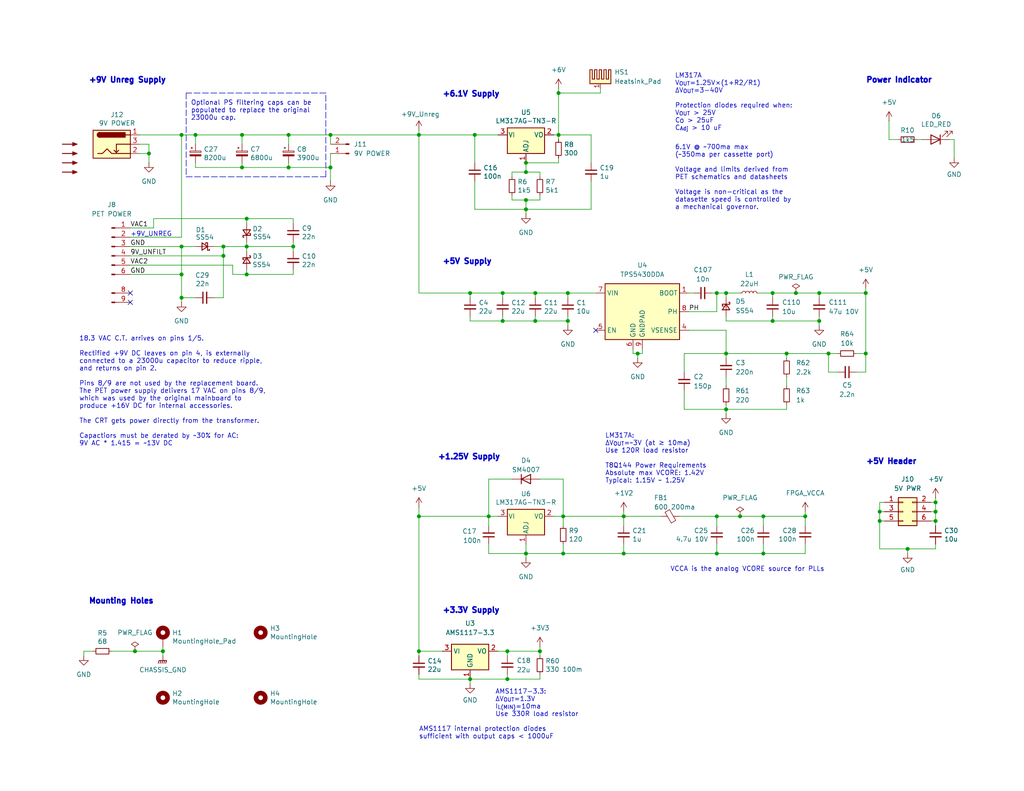
<source format=kicad_sch>
(kicad_sch (version 20231120) (generator "eeschema") (generator_version "8.0")
  (paper "A")
  (title_block (title "EconoPET 40/8096") (date "2023-10-01") (rev "A") (comment 1 "Unspecified resistors are 62.5mW") (comment 2 "Unspecified capacitors are 25V"))
  (junction (at 195.58 80.01))
  (junction (at 240.03 139.7))
  (junction (at 90.17 36.83))
  (junction (at 114.3 177.8))
  (junction (at 195.58 151.13))
  (junction (at 67.31 67.31))
  (junction (at 128.27 185.42))
  (junction (at 90.17 45.72))
  (junction (at 255.27 137.16))
  (junction (at 153.67 151.13))
  (junction (at 143.51 46.99))
  (junction (at 240.03 142.24))
  (junction (at 236.22 96.52))
  (junction (at 137.16 80.01))
  (junction (at 217.17 80.01))
  (junction (at 146.05 80.01))
  (junction (at 223.52 80.01))
  (junction (at 255.27 139.7))
  (junction (at 40.64 41.91))
  (junction (at 36.83 177.8))
  (junction (at 80.01 67.31))
  (junction (at 208.28 151.13))
  (junction (at 114.3 36.83))
  (junction (at 143.51 57.15))
  (junction (at 49.53 74.93))
  (junction (at 49.53 81.28))
  (junction (at 138.43 185.42))
  (junction (at 152.4 25.4))
  (junction (at 146.05 87.63))
  (junction (at 226.06 96.52))
  (junction (at 143.51 44.45))
  (junction (at 247.65 149.86))
  (junction (at 173.99 96.52))
  (junction (at 66.04 45.72))
  (junction (at 208.28 140.97))
  (junction (at 67.31 59.69))
  (junction (at 44.45 177.8))
  (junction (at 201.93 140.97))
  (junction (at 78.74 45.72))
  (junction (at 138.43 177.8))
  (junction (at 78.74 36.83))
  (junction (at 154.94 87.63))
  (junction (at 49.53 67.31))
  (junction (at 198.12 80.01))
  (junction (at 128.27 80.01))
  (junction (at 198.12 96.52))
  (junction (at 53.34 36.83))
  (junction (at 170.18 140.97))
  (junction (at 255.27 142.24))
  (junction (at 66.04 36.83))
  (junction (at 129.54 36.83))
  (junction (at 195.58 140.97))
  (junction (at 198.12 111.76))
  (junction (at 49.53 36.83))
  (junction (at 223.52 87.63))
  (junction (at 147.32 177.8))
  (junction (at 152.4 36.83))
  (junction (at 236.22 80.01))
  (junction (at 219.71 140.97))
  (junction (at 170.18 151.13))
  (junction (at 60.96 67.31))
  (junction (at 154.94 80.01))
  (junction (at 114.3 140.97))
  (junction (at 214.63 96.52))
  (junction (at 137.16 87.63))
  (junction (at 143.51 54.61))
  (junction (at 153.67 140.97))
  (junction (at 60.96 69.85))
  (junction (at 67.31 74.93))
  (junction (at 133.35 140.97))
  (junction (at 143.51 151.13))
  (junction (at 210.82 87.63))
  (junction (at 210.82 80.01))
  (no_connect (at 162.56 90.17))
  (no_connect (at 35.56 80.01))
  (no_connect (at 35.56 82.55))
  (wire (pts (xy 161.29 49.53) (xy 161.29 57.15)))
  (wire (pts (xy 78.74 44.45) (xy 78.74 45.72)))
  (wire (pts (xy 154.94 80.01) (xy 154.94 81.28)))
  (wire (pts (xy 36.83 177.8) (xy 44.45 177.8)))
  (wire (pts (xy 154.94 86.36) (xy 154.94 87.63)))
  (wire (pts (xy 129.54 36.83) (xy 135.89 36.83)))
  (wire (pts (xy 198.12 96.52) (xy 214.63 96.52)))
  (wire (pts (xy 49.53 36.83) (xy 53.34 36.83)))
  (wire (pts (xy 170.18 140.97) (xy 170.18 143.51)))
  (wire (pts (xy 90.17 36.83) (xy 90.17 39.37)))
  (wire (pts (xy 139.7 53.34) (xy 139.7 54.61)))
  (wire (pts (xy 198.12 111.76) (xy 198.12 113.03)))
  (wire (pts (xy 236.22 96.52) (xy 233.68 96.52)))
  (wire (pts (xy 53.34 45.72) (xy 66.04 45.72)))
  (wire (pts (xy 228.6 96.52) (xy 226.06 96.52)))
  (wire (pts (xy 114.3 138.43) (xy 114.3 140.97)))
  (wire (pts (xy 143.51 57.15) (xy 143.51 58.42)))
  (wire (pts (xy 219.71 140.97) (xy 219.71 139.7)))
  (wire (pts (xy 170.18 148.59) (xy 170.18 151.13)))
  (wire (pts (xy 198.12 87.63) (xy 198.12 86.36)))
  (wire (pts (xy 49.53 81.28) (xy 49.53 82.55)))
  (wire (pts (xy 195.58 80.01) (xy 195.58 85.09)))
  (wire (pts (xy 236.22 80.01) (xy 236.22 96.52)))
  (wire (pts (xy 35.56 69.85) (xy 60.96 69.85)))
  (wire (pts (xy 195.58 151.13) (xy 208.28 151.13)))
  (wire (pts (xy 172.72 96.52) (xy 172.72 95.25)))
  (wire (pts (xy 67.31 73.66) (xy 67.31 74.93)))
  (wire (pts (xy 223.52 86.36) (xy 223.52 87.63)))
  (wire (pts (xy 154.94 80.01) (xy 146.05 80.01)))
  (wire (pts (xy 147.32 177.8) (xy 147.32 179.07)))
  (wire (pts (xy 219.71 140.97) (xy 219.71 143.51)))
  (wire (pts (xy 143.51 54.61) (xy 143.51 57.15)))
  (wire (pts (xy 152.4 25.4) (xy 152.4 36.83)))
  (wire (pts (xy 138.43 177.8) (xy 138.43 179.07)))
  (wire (pts (xy 201.93 140.97) (xy 208.28 140.97)))
  (wire (pts (xy 154.94 88.9) (xy 154.94 87.63)))
  (wire (pts (xy 151.13 36.83) (xy 152.4 36.83)))
  (wire (pts (xy 40.64 41.91) (xy 40.64 44.45)))
  (wire (pts (xy 152.4 36.83) (xy 161.29 36.83)))
  (polyline (pts (xy 50.8 25.4) (xy 50.8 48.26)) (stroke (width 0) (type dash)))
  (wire (pts (xy 143.51 46.99) (xy 139.7 46.99)))
  (wire (pts (xy 223.52 80.01) (xy 236.22 80.01)))
  (wire (pts (xy 143.51 44.45) (xy 152.4 44.45)))
  (wire (pts (xy 175.26 95.25) (xy 175.26 96.52)))
  (wire (pts (xy 208.28 140.97) (xy 219.71 140.97)))
  (wire (pts (xy 58.42 81.28) (xy 60.96 81.28)))
  (wire (pts (xy 153.67 143.51) (xy 153.67 140.97)))
  (polyline (pts (xy 88.9 48.26) (xy 88.9 25.4)) (stroke (width 0) (type dash)))
  (wire (pts (xy 170.18 151.13) (xy 195.58 151.13)))
  (wire (pts (xy 198.12 87.63) (xy 210.82 87.63)))
  (wire (pts (xy 114.3 140.97) (xy 114.3 177.8)))
  (wire (pts (xy 186.69 111.76) (xy 198.12 111.76)))
  (wire (pts (xy 129.54 36.83) (xy 129.54 44.45)))
  (wire (pts (xy 240.03 139.7) (xy 241.3 139.7)))
  (wire (pts (xy 198.12 90.17) (xy 198.12 96.52)))
  (wire (pts (xy 255.27 142.24) (xy 255.27 143.51)))
  (wire (pts (xy 240.03 137.16) (xy 240.03 139.7)))
  (wire (pts (xy 198.12 80.01) (xy 198.12 81.28)))
  (wire (pts (xy 147.32 48.26) (xy 147.32 46.99)))
  (wire (pts (xy 147.32 130.81) (xy 153.67 130.81)))
  (wire (pts (xy 195.58 85.09) (xy 187.96 85.09)))
  (wire (pts (xy 152.4 43.18) (xy 152.4 44.45)))
  (wire (pts (xy 214.63 96.52) (xy 226.06 96.52)))
  (wire (pts (xy 60.96 69.85) (xy 60.96 67.31)))
  (wire (pts (xy 161.29 36.83) (xy 161.29 44.45)))
  (wire (pts (xy 80.01 59.69) (xy 80.01 60.96)))
  (wire (pts (xy 210.82 86.36) (xy 210.82 87.63)))
  (wire (pts (xy 255.27 139.7) (xy 255.27 142.24)))
  (wire (pts (xy 170.18 139.7) (xy 170.18 140.97)))
  (wire (pts (xy 219.71 151.13) (xy 219.71 148.59)))
  (wire (pts (xy 138.43 185.42) (xy 138.43 184.15)))
  (wire (pts (xy 195.58 140.97) (xy 185.42 140.97)))
  (wire (pts (xy 152.4 25.4) (xy 163.83 25.4)))
  (wire (pts (xy 129.54 57.15) (xy 129.54 49.53)))
  (wire (pts (xy 40.64 39.37) (xy 40.64 41.91)))
  (wire (pts (xy 255.27 148.59) (xy 255.27 149.86)))
  (wire (pts (xy 207.01 80.01) (xy 210.82 80.01)))
  (wire (pts (xy 133.35 130.81) (xy 139.7 130.81)))
  (wire (pts (xy 80.01 74.93) (xy 80.01 73.66)))
  (wire (pts (xy 35.56 74.93) (xy 49.53 74.93)))
  (wire (pts (xy 128.27 87.63) (xy 137.16 87.63)))
  (wire (pts (xy 208.28 143.51) (xy 208.28 140.97)))
  (wire (pts (xy 35.56 72.39) (xy 63.5 72.39)))
  (wire (pts (xy 67.31 66.04) (xy 67.31 67.31)))
  (wire (pts (xy 146.05 80.01) (xy 146.05 81.28)))
  (polyline (pts (xy 88.9 25.4) (xy 50.8 25.4)) (stroke (width 0) (type dash)))
  (wire (pts (xy 147.32 176.53) (xy 147.32 177.8)))
  (wire (pts (xy 146.05 80.01) (xy 137.16 80.01)))
  (wire (pts (xy 236.22 78.74) (xy 236.22 80.01)))
  (wire (pts (xy 49.53 67.31) (xy 49.53 74.93)))
  (wire (pts (xy 152.4 24.13) (xy 152.4 25.4)))
  (wire (pts (xy 247.65 149.86) (xy 240.03 149.86)))
  (wire (pts (xy 128.27 185.42) (xy 138.43 185.42)))
  (wire (pts (xy 67.31 59.69) (xy 80.01 59.69)))
  (wire (pts (xy 162.56 80.01) (xy 154.94 80.01)))
  (wire (pts (xy 198.12 96.52) (xy 198.12 97.79)))
  (wire (pts (xy 240.03 149.86) (xy 240.03 142.24)))
  (wire (pts (xy 170.18 140.97) (xy 180.34 140.97)))
  (wire (pts (xy 210.82 81.28) (xy 210.82 80.01)))
  (wire (pts (xy 210.82 80.01) (xy 217.17 80.01)))
  (wire (pts (xy 236.22 101.6) (xy 236.22 96.52)))
  (wire (pts (xy 195.58 148.59) (xy 195.58 151.13)))
  (wire (pts (xy 195.58 80.01) (xy 198.12 80.01)))
  (wire (pts (xy 139.7 46.99) (xy 139.7 48.26)))
  (wire (pts (xy 78.74 36.83) (xy 78.74 39.37)))
  (wire (pts (xy 147.32 185.42) (xy 147.32 184.15)))
  (wire (pts (xy 22.86 177.8) (xy 25.4 177.8)))
  (wire (pts (xy 254 142.24) (xy 255.27 142.24)))
  (wire (pts (xy 53.34 36.83) (xy 53.34 39.37)))
  (wire (pts (xy 41.91 59.69) (xy 67.31 59.69)))
  (wire (pts (xy 153.67 151.13) (xy 170.18 151.13)))
  (wire (pts (xy 194.31 80.01) (xy 195.58 80.01)))
  (wire (pts (xy 143.51 44.45) (xy 143.51 46.99)))
  (wire (pts (xy 137.16 80.01) (xy 128.27 80.01)))
  (wire (pts (xy 240.03 139.7) (xy 240.03 142.24)))
  (wire (pts (xy 198.12 102.87) (xy 198.12 105.41)))
  (wire (pts (xy 78.74 45.72) (xy 90.17 45.72)))
  (wire (pts (xy 66.04 36.83) (xy 78.74 36.83)))
  (wire (pts (xy 208.28 151.13) (xy 219.71 151.13)))
  (wire (pts (xy 153.67 140.97) (xy 151.13 140.97)))
  (wire (pts (xy 195.58 140.97) (xy 201.93 140.97)))
  (wire (pts (xy 114.3 35.56) (xy 114.3 36.83)))
  (wire (pts (xy 58.42 67.31) (xy 60.96 67.31)))
  (wire (pts (xy 198.12 96.52) (xy 186.69 96.52)))
  (wire (pts (xy 63.5 74.93) (xy 67.31 74.93)))
  (wire (pts (xy 223.52 80.01) (xy 223.52 81.28)))
  (wire (pts (xy 60.96 67.31) (xy 67.31 67.31)))
  (wire (pts (xy 254 139.7) (xy 255.27 139.7)))
  (wire (pts (xy 210.82 87.63) (xy 223.52 87.63)))
  (wire (pts (xy 41.91 59.69) (xy 41.91 62.23)))
  (wire (pts (xy 208.28 151.13) (xy 208.28 148.59)))
  (wire (pts (xy 90.17 45.72) (xy 90.17 49.53)))
  (wire (pts (xy 49.53 81.28) (xy 53.34 81.28)))
  (wire (pts (xy 255.27 137.16) (xy 255.27 139.7)))
  (wire (pts (xy 198.12 90.17) (xy 187.96 90.17)))
  (wire (pts (xy 137.16 86.36) (xy 137.16 87.63)))
  (wire (pts (xy 147.32 53.34) (xy 147.32 54.61)))
  (wire (pts (xy 22.86 179.07) (xy 22.86 177.8)))
  (wire (pts (xy 133.35 140.97) (xy 135.89 140.97)))
  (wire (pts (xy 67.31 68.58) (xy 67.31 67.31)))
  (wire (pts (xy 114.3 184.15) (xy 114.3 185.42)))
  (wire (pts (xy 63.5 74.93) (xy 63.5 72.39)))
  (wire (pts (xy 44.45 177.8) (xy 44.45 176.53)))
  (wire (pts (xy 226.06 101.6) (xy 226.06 96.52)))
  (wire (pts (xy 146.05 87.63) (xy 154.94 87.63)))
  (wire (pts (xy 198.12 111.76) (xy 198.12 110.49)))
  (wire (pts (xy 66.04 45.72) (xy 66.04 44.45)))
  (wire (pts (xy 67.31 59.69) (xy 67.31 60.96)))
  (wire (pts (xy 240.03 142.24) (xy 241.3 142.24)))
  (wire (pts (xy 114.3 177.8) (xy 114.3 179.07)))
  (wire (pts (xy 135.89 177.8) (xy 138.43 177.8)))
  (wire (pts (xy 143.51 46.99) (xy 147.32 46.99)))
  (wire (pts (xy 214.63 111.76) (xy 198.12 111.76)))
  (wire (pts (xy 186.69 106.68) (xy 186.69 111.76)))
  (wire (pts (xy 186.69 96.52) (xy 186.69 101.6)))
  (wire (pts (xy 255.27 149.86) (xy 247.65 149.86)))
  (wire (pts (xy 53.34 36.83) (xy 66.04 36.83)))
  (wire (pts (xy 143.51 151.13) (xy 143.51 148.59)))
  (wire (pts (xy 80.01 67.31) (xy 80.01 66.04)))
  (wire (pts (xy 228.6 101.6) (xy 226.06 101.6)))
  (wire (pts (xy 143.51 57.15) (xy 129.54 57.15)))
  (wire (pts (xy 254 137.16) (xy 255.27 137.16)))
  (wire (pts (xy 30.48 177.8) (xy 36.83 177.8)))
  (wire (pts (xy 260.35 38.1) (xy 260.35 43.18)))
  (wire (pts (xy 214.63 102.87) (xy 214.63 105.41)))
  (wire (pts (xy 128.27 86.36) (xy 128.27 87.63)))
  (wire (pts (xy 90.17 36.83) (xy 114.3 36.83)))
  (wire (pts (xy 44.45 179.07) (xy 44.45 177.8)))
  (wire (pts (xy 143.51 151.13) (xy 153.67 151.13)))
  (wire (pts (xy 138.43 177.8) (xy 147.32 177.8)))
  (polyline (pts (xy 50.8 48.26) (xy 88.9 48.26)) (stroke (width 0) (type dash)))
  (wire (pts (xy 146.05 86.36) (xy 146.05 87.63)))
  (wire (pts (xy 66.04 36.83) (xy 66.04 39.37)))
  (wire (pts (xy 49.53 67.31) (xy 53.34 67.31)))
  (wire (pts (xy 66.04 45.72) (xy 78.74 45.72)))
  (wire (pts (xy 139.7 54.61) (xy 143.51 54.61)))
  (wire (pts (xy 128.27 185.42) (xy 128.27 186.69)))
  (wire (pts (xy 137.16 87.63) (xy 146.05 87.63)))
  (wire (pts (xy 198.12 80.01) (xy 201.93 80.01)))
  (wire (pts (xy 114.3 36.83) (xy 129.54 36.83)))
  (wire (pts (xy 40.64 41.91) (xy 38.1 41.91)))
  (wire (pts (xy 114.3 140.97) (xy 133.35 140.97)))
  (wire (pts (xy 195.58 140.97) (xy 195.58 143.51)))
  (wire (pts (xy 133.35 151.13) (xy 133.35 148.59)))
  (wire (pts (xy 35.56 62.23) (xy 41.91 62.23)))
  (wire (pts (xy 60.96 69.85) (xy 60.96 81.28)))
  (wire (pts (xy 49.53 74.93) (xy 49.53 81.28)))
  (wire (pts (xy 251.46 38.1) (xy 250.19 38.1)))
  (wire (pts (xy 67.31 74.93) (xy 80.01 74.93)))
  (wire (pts (xy 217.17 80.01) (xy 223.52 80.01)))
  (wire (pts (xy 247.65 149.86) (xy 247.65 151.13)))
  (wire (pts (xy 38.1 36.83) (xy 49.53 36.83)))
  (wire (pts (xy 259.08 38.1) (xy 260.35 38.1)))
  (wire (pts (xy 187.96 80.01) (xy 189.23 80.01)))
  (wire (pts (xy 114.3 185.42) (xy 128.27 185.42)))
  (wire (pts (xy 133.35 140.97) (xy 133.35 130.81)))
  (wire (pts (xy 133.35 140.97) (xy 133.35 143.51)))
  (wire (pts (xy 233.68 101.6) (xy 236.22 101.6)))
  (wire (pts (xy 173.99 96.52) (xy 173.99 97.79)))
  (wire (pts (xy 143.51 57.15) (xy 161.29 57.15)))
  (wire (pts (xy 143.51 54.61) (xy 147.32 54.61)))
  (wire (pts (xy 67.31 67.31) (xy 80.01 67.31)))
  (wire (pts (xy 114.3 36.83) (xy 114.3 80.01)))
  (wire (pts (xy 240.03 137.16) (xy 241.3 137.16)))
  (wire (pts (xy 153.67 130.81) (xy 153.67 140.97)))
  (wire (pts (xy 114.3 80.01) (xy 128.27 80.01)))
  (wire (pts (xy 35.56 64.77) (xy 49.53 64.77)))
  (wire (pts (xy 214.63 110.49) (xy 214.63 111.76)))
  (wire (pts (xy 80.01 67.31) (xy 80.01 68.58)))
  (wire (pts (xy 90.17 41.91) (xy 90.17 45.72)))
  (wire (pts (xy 152.4 36.83) (xy 152.4 38.1)))
  (wire (pts (xy 35.56 67.31) (xy 49.53 67.31)))
  (wire (pts (xy 78.74 36.83) (xy 90.17 36.83)))
  (wire (pts (xy 38.1 39.37) (xy 40.64 39.37)))
  (wire (pts (xy 137.16 80.01) (xy 137.16 81.28)))
  (wire (pts (xy 255.27 135.89) (xy 255.27 137.16)))
  (wire (pts (xy 153.67 140.97) (xy 170.18 140.97)))
  (wire (pts (xy 245.11 38.1) (xy 242.57 38.1)))
  (wire (pts (xy 153.67 148.59) (xy 153.67 151.13)))
  (wire (pts (xy 133.35 151.13) (xy 143.51 151.13)))
  (wire (pts (xy 138.43 185.42) (xy 147.32 185.42)))
  (wire (pts (xy 173.99 96.52) (xy 172.72 96.52)))
  (wire (pts (xy 223.52 87.63) (xy 223.52 88.9)))
  (wire (pts (xy 49.53 36.83) (xy 49.53 64.77)))
  (wire (pts (xy 143.51 151.13) (xy 143.51 152.4)))
  (wire (pts (xy 175.26 96.52) (xy 173.99 96.52)))
  (wire (pts (xy 128.27 80.01) (xy 128.27 81.28)))
  (wire (pts (xy 163.83 25.4) (xy 163.83 24.13)))
  (wire (pts (xy 214.63 96.52) (xy 214.63 97.79)))
  (wire (pts (xy 53.34 44.45) (xy 53.34 45.72)))
  (wire (pts (xy 114.3 177.8) (xy 120.65 177.8)))
  (wire (pts (xy 242.57 33.02) (xy 242.57 38.1)))
  (text "LM317A:\nΔV_{OUT}=~3V (at ≥ 10ma)\nUse 120R load resistor\n\nT8Q144 Power Requirements\nAbsolute max VCORE: 1.42V\nTypical: 1.15V ~ 1.25V" (at 165.1 132.08 0) (effects (font (size 1.27 1.27)) (justify left bottom)))
  (text "18.3 VAC C.T. arrives on pins 1/5.\n\nRectified +9V DC leaves on pin 4, is externally\nconnected to a 23000u capacitor to reduce ripple,\nand returns on pin 2.\n\nPins 8/9 are not used by the replacement board.\nThe PET power supply delivers 17 VAC on pins 8/9,\nwhich was used by the original mainboard to\nproduce +16V DC for internal accessories.\n\nThe CRT gets power directly from the transformer.\n\nCapactiors must be derated by ~30% for AC:\n9V AC * 1.415 = ~13V DC" (at 21.59 121.92 0) (effects (font (size 1.27 1.27)) (justify left bottom)))
  (text "Power Indicator" (at 236.22 22.86 0) (effects (font (size 1.5 1.5) (thickness 0.8) (bold yes)) (justify left bottom)))
  (text "+9V_UNREG" (at 35.56 64.77 0) (effects (font (size 1.27 1.27)) (justify left bottom)))
  (text "+9V Unreg Supply" (at 24.13 22.86 0) (effects (font (size 1.5 1.5) (thickness 0.8) (bold yes)) (justify left bottom)))
  (text "Optional PS filtering caps can be\npopulated to replace the original\n23000u cap." (at 52.07 33.02 0) (effects (font (size 1.27 1.27)) (justify left bottom)))
  (text "+6.1V Supply" (at 120.65 26.67 0) (effects (font (size 1.5 1.5) (thickness 0.8) (bold yes)) (justify left bottom)))
  (text "+5V Header" (at 236.22 127 0) (effects (font (size 1.5 1.5) (thickness 0.8) (bold yes)) (justify left bottom)))
  (text "VCCA is the analog VCORE source for PLLs" (at 182.88 156.21 0) (effects (font (size 1.27 1.27)) (justify left bottom)))
  (text "AMS1117-3.3:\nΔV_{OUT}=1.3V\nI_{L(MIN)}=10ma\nUse 330R load resistor" (at 135.128 195.834 0) (effects (font (size 1.27 1.27)) (justify left bottom)))
  (text "+5V Supply" (at 120.65 72.39 0) (effects (font (size 1.5 1.5) (thickness 0.8) (bold yes)) (justify left bottom)))
  (text "AMS1117 internal protection diodes\nsufficient with output caps < 1000uF" (at 114.3 201.93 0) (effects (font (size 1.27 1.27)) (justify left bottom)))
  (text "Mounting Holes" (at 24.13 165.1 0) (effects (font (size 1.5 1.5) (thickness 0.8) (bold yes)) (justify left bottom)))
  (text "+1.25V Supply" (at 119.38 125.73 0) (effects (font (size 1.5 1.5) (thickness 0.8) (bold yes)) (justify left bottom)))
  (text "+3.3V Supply" (at 120.65 167.64 0) (effects (font (size 1.5 1.5) (thickness 0.8) (bold yes)) (justify left bottom)))
  (text "6.1V @ ~700ma max\n(~350ma per cassette port)\n\nVoltage and limits derived from\nPET schematics and datasheets\n\nVoltage is non-critical as the\ndatasette speed is controlled by\na mechanical governor." (at 184.15 57.404 0) (effects (font (size 1.27 1.27)) (justify left bottom)))
  (text "LM317A\nV_{OUT}=1.25V×(1+R2/R1)\nΔV_{OUT}=3-40V\n\nProtection diodes required when:\nV_{OUT} > 25V\nC_{O} > 25uF\nC_{Adj} > 10 uF\n" (at 184.15 35.814 0) (effects (font (size 1.27 1.27)) (justify left bottom)))
  (label "GND" (at 35.56 67.31 0))
  (label "9V_UNFILT" (at 35.56 69.85 0))
  (label "GND" (at 35.56 74.93 0))
  (label "VAC1" (at 35.56 62.23 0))
  (label "VAC2" (at 35.56 72.39 0))
  (label "PH" (at 187.96 85.09 0))
  (symbol (lib_id "Connector:Barrel_Jack_Switch") (at 30.48 39.37 0) (unit 1)
    (property "Reference" "J12" (at 31.9278 31.3182 0))
    (property "Value" "9V POWER" (at 31.9278 33.6296 0))
    (property "Footprint" "PET:BarrelJack_Horizontal" (effects (hide yes)))
    (property "Datasheet" "https://www.gravitech.us/poja2x51.html" (effects (hide yes)))
    (property "MOUSER" "992-CON-SOCJ-2155" (effects (hide yes)))
  )
  (symbol (lib_id "Device:C_Polarized_Small") (at 53.34 41.91 0) (unit 1)
    (property "Reference" "C27" (at 55.5752 40.7416 0) (effects (justify left)))
    (property "Value" "8200u" (at 55.5752 43.053 0) (effects (justify left)))
    (property "Footprint" "PET:CP_Radial_D18.0mm_P5.00mm_P7.50mm" (effects (hide yes)))
    (property "Datasheet" "https://www.mouser.com/datasheet/2/420/Chemi_Con_KYBLL_e-3313623.pdf" (effects (hide yes)))
    (property "MOUSER" "661-EKYB250E822MMP1S" (effects (hide yes)))
  )
  (symbol (lib_id "Device:LED") (at 255.27 38.1 180) (unit 1)
    (property "Reference" "D6" (at 255.4478 31.623 0))
    (property "Value" "LED_RED" (at 255.4478 33.9344 0))
    (property "Footprint" "LED_SMD:LED_0603_1608Metric" (effects (hide yes)))
    (property "Datasheet" "https://datasheet.lcsc.com/lcsc/1810231112_Hubei-KENTO-Elec-KT-0603R_C2286.pdf" (effects (hide yes)))
    (property "LCSC" "C2286" (effects (hide yes)))
  )
  (symbol (lib_id "Mechanical:MountingHole") (at 71.12 172.72 0) (unit 1)
    (property "Reference" "H3" (at 73.66 171.5516 0) (effects (justify left)))
    (property "Value" "MountingHole" (at 73.66 173.863 0) (effects (justify left)))
    (property "Footprint" "PET:PET_MountingHole_4mm" (effects (hide yes)))
  )
  (symbol (lib_id "Device:C_Small") (at 80.01 63.5 0) (unit 1)
    (property "Reference" "C9" (at 82.3468 62.3316 0) (effects (justify left)))
    (property "Value" "22n" (at 82.3468 64.643 0) (effects (justify left)))
    (property "Footprint" "Capacitor_SMD:C_0402_1005Metric" (effects (hide yes)))
    (property "Datasheet" "https://datasheet.lcsc.com/lcsc/2304140030_FH--Guangdong-Fenghua-Advanced-Tech-0402B223K500NT_C1532.pdf" (effects (hide yes)))
    (property "LCSC" "C1532" (effects (hide yes)))
  )
  (symbol (lib_id "Device:D_Schottky_Small") (at 67.31 63.5 90) (unit 1)
    (property "Reference" "D2" (at 70.231 62.484 90))
    (property "Value" "SS54" (at 71.501 64.643 90))
    (property "Footprint" "Diode_SMD:D_SMA" (effects (hide yes)))
    (property "Datasheet" "https://datasheet.lcsc.com/lcsc/2303141100_MDD-Microdiode-Electronics--SS54_C22452.pdf" (effects (hide yes)))
    (property "LCSC" "C22452" (effects (hide yes)))
  )
  (symbol (lib_id "Device:D_Schottky_Small") (at 67.31 71.12 270) (unit 1)
    (property "Reference" "D3" (at 70.231 69.977 90))
    (property "Value" "SS54" (at 71.374 72.263 90))
    (property "Footprint" "Diode_SMD:D_SMA" (effects (hide yes)))
    (property "Datasheet" "https://datasheet.lcsc.com/lcsc/2303141100_MDD-Microdiode-Electronics--SS54_C22452.pdf" (effects (hide yes)))
    (property "LCSC" "C22452" (effects (hide yes)))
  )
  (symbol (lib_id "Device:D_Schottky_Small") (at 55.88 67.31 180) (unit 1)
    (property "Reference" "D1" (at 54.737 62.738 0))
    (property "Value" "SS54" (at 55.88 64.77 0))
    (property "Footprint" "Diode_SMD:D_SMA" (effects (hide yes)))
    (property "Datasheet" "https://datasheet.lcsc.com/lcsc/2303141100_MDD-Microdiode-Electronics--SS54_C22452.pdf" (effects (hide yes)))
    (property "LCSC" "C22452" (effects (hide yes)))
  )
  (symbol (lib_id "Device:C_Small") (at 80.01 71.12 0) (unit 1)
    (property "Reference" "C10" (at 82.3468 69.9516 0) (effects (justify left)))
    (property "Value" "22n" (at 82.3468 72.263 0) (effects (justify left)))
    (property "Footprint" "Capacitor_SMD:C_0402_1005Metric" (effects (hide yes)))
    (property "Datasheet" "https://datasheet.lcsc.com/lcsc/2304140030_FH--Guangdong-Fenghua-Advanced-Tech-0402B223K500NT_C1532.pdf" (effects (hide yes)))
    (property "LCSC" "C1532" (effects (hide yes)))
  )
  (symbol (lib_id "Device:C_Small") (at 55.88 81.28 90) (unit 1)
    (property "Reference" "C29" (at 57.15 75.1586 90) (effects (justify left)))
    (property "Value" "22n" (at 57.15 77.47 90) (effects (justify left)))
    (property "Footprint" "Capacitor_SMD:C_0402_1005Metric" (effects (hide yes)))
    (property "Datasheet" "https://datasheet.lcsc.com/lcsc/2304140030_FH--Guangdong-Fenghua-Advanced-Tech-0402B223K500NT_C1532.pdf" (effects (hide yes)))
    (property "LCSC" "C1532" (effects (hide yes)))
  )
  (symbol (lib_id "Mechanical:MountingHole_Pad") (at 44.45 173.99 0) (unit 1)
    (property "Reference" "H1" (at 46.99 172.7454 0) (effects (justify left)))
    (property "Value" "MountingHole_Pad" (at 46.99 175.0568 0) (effects (justify left)))
    (property "Footprint" "MountingHole:MountingHole_4mm_Pad" (effects (hide yes)))
  )
  (symbol (lib_id "Device:R_Small") (at 27.94 177.8 270) (unit 1)
    (property "Reference" "R5" (at 27.94 172.8216 90))
    (property "Value" "68" (at 27.94 175.133 90))
    (property "Footprint" "Resistor_SMD:R_0805_2012Metric" (effects (hide yes)))
    (property "Datasheet" "https://datasheet.lcsc.com/lcsc/2205311830_UNI-ROYAL-Uniroyal-Elec-0805W8F680JT5E_C17802.pdf" (effects (hide yes)))
    (property "LCSC" "C17802" (effects (hide yes)))
  )
  (symbol (lib_id "Device:FerriteBead_Small") (at 182.88 140.97 270) (mirror x) (unit 1)
    (property "Reference" "FB1" (at 178.435 135.89 90) (effects (justify left)))
    (property "Value" "600 200ma" (at 178.435 138.43 90) (effects (justify left)))
    (property "Footprint" "Inductor_SMD:L_0603_1608Metric" (effects (hide yes)))
    (property "Datasheet" "https://datasheet.lcsc.com/lcsc/2109180930_Sunlord-GZ1608D601TF_C1002.pdf" (effects (hide yes)))
    (property "LCSC" "C1002" (effects (hide yes)))
  )
  (symbol (lib_id "Mechanical:MountingHole") (at 44.45 190.5 0) (unit 1)
    (property "Reference" "H2" (at 46.99 189.3316 0) (effects (justify left)))
    (property "Value" "MountingHole" (at 46.99 191.643 0) (effects (justify left)))
    (property "Footprint" "PET:PET_MountingHole_4mm" (effects (hide yes)))
  )
  (symbol (lib_id "Device:C_Small") (at 255.27 146.05 0) (unit 1)
    (property "Reference" "C30" (at 257.6068 144.8816 0) (effects (justify left)))
    (property "Value" "10u" (at 257.6068 147.193 0) (effects (justify left)))
    (property "Footprint" "Capacitor_SMD:C_0603_1608Metric" (effects (hide yes)))
    (property "Datasheet" "https://datasheet.lcsc.com/lcsc/2304140030_Samsung-Electro-Mechanics-CL10A106MA8NRNC_C96446.pdf" (effects (hide yes)))
    (property "LCSC" "C96446" (effects (hide yes)))
  )
  (symbol (lib_id "power:+5V") (at 255.27 135.89 0) (unit 1)
    (property "Reference" "#PWR031" (effects (hide yes)))
    (property "Value" "+5V" (at 255.27 130.81 0))
    (property "Description" "Power symbol creates a global label with name \"+5V\"" (effects (hide yes)))
  )
  (symbol (lib_id "power:+3V3") (at 147.32 176.53 0) (unit 1)
    (property "Reference" "#PWR022" (effects (hide yes)))
    (property "Value" "+3V3" (at 147.32 171.45 0))
    (property "Description" "Power symbol creates a global label with name \"+3V3\"" (effects (hide yes)))
  )
  (symbol (lib_id "power:GND") (at 22.86 179.07 0) (unit 1)
    (property "Reference" "#PWR011" (effects (hide yes)))
    (property "Value" "GND" (at 22.86 184.15 0))
    (property "Description" "Power symbol creates a global label with name \"GND\" , ground" (effects (hide yes)))
  )
  (symbol (lib_id "Regulator_Linear:LM317_TO-252") (at 143.51 140.97 0) (unit 1)
    (property "Reference" "U6" (at 143.51 134.8232 0))
    (property "Value" "LM317AG-TN3-R" (at 143.51 137.1346 0))
    (property "Footprint" "Package_TO_SOT_SMD:TO-252-2" (effects (hide yes)))
    (property "Datasheet" "https://datasheet.lcsc.com/lcsc/2304140030_UTC-Unisonic-Tech-LM317AG-TN3-R_C75510.pdf" (effects (hide yes)))
    (property "LCSC" "C75510" (effects (hide yes)))
  )
  (symbol (lib_id "Regulator_Linear:LM317_TO-252") (at 143.51 36.83 0) (unit 1)
    (property "Reference" "U5" (at 143.51 30.6832 0))
    (property "Value" "LM317AG-TN3-R" (at 143.51 32.9946 0))
    (property "Footprint" "Package_TO_SOT_SMD:TO-252-2" (effects (hide yes)))
    (property "Datasheet" "https://datasheet.lcsc.com/lcsc/2304140030_UTC-Unisonic-Tech-LM317AG-TN3-R_C75510.pdf" (effects (hide yes)))
    (property "LCSC" "C75510" (effects (hide yes)))
  )
  (symbol (lib_id "Device:R_Small") (at 198.12 107.95 0) (unit 1)
    (property "Reference" "R61" (at 200.66 106.6799 0) (effects (justify left)))
    (property "Value" "220" (at 200.66 109.2199 0) (effects (justify left)))
    (property "Footprint" "Resistor_SMD:R_0402_1005Metric" (effects (hide yes)))
    (property "Description" "Resistor, small symbol" (effects (hide yes)))
    (property "LCSC" "C25091" (effects (hide yes)))
  )
  (symbol (lib_id "Connector:Conn_01x02_Pin") (at 95.25 41.91 180) (unit 1)
    (property "Reference" "J11" (at 96.52 39.3699 0) (effects (justify right)))
    (property "Value" "9V POWER" (at 96.52 41.9099 0) (effects (justify right)))
    (property "Footprint" "Connector_PinHeader_2.54mm:PinHeader_1x02_P2.54mm_Vertical" (effects (hide yes)))
    (property "Description" "Generic connector, single row, 01x02, script generated" (effects (hide yes)))
    (property "MOUSER" "649-1012937891002BLF" (effects (hide yes)))
  )
  (symbol (lib_id "Regulator_Linear:AMS1117-3.3") (at 128.27 177.8 0) (unit 1)
    (property "Reference" "U3" (at 128.27 170.18 0))
    (property "Value" "AMS1117-3.3" (at 128.27 172.72 0))
    (property "Footprint" "Package_TO_SOT_SMD:SOT-223-3_TabPin2" (effects (hide yes)))
    (property "Datasheet" "https://datasheet.lcsc.com/lcsc/2304140030_Advanced-Monolithic-Systems-AMS1117-3-3_C6186.pdf" (effects (hide yes)))
    (property "Description" "1A Low Dropout regulator, positive, 3.3V fixed output, SOT-223" (effects (hide yes)))
    (property "LCSC" "C6186" (effects (hide yes)))
  )
  (symbol (lib_id "power:GND") (at 223.52 88.9 0) (unit 1)
    (property "Reference" "#PWR0157" (effects (hide yes)))
    (property "Value" "GND" (at 223.52 93.98 0))
    (property "Description" "Power symbol creates a global label with name \"GND\" , ground" (effects (hide yes)))
  )
  (symbol (lib_id "Device:C_Small") (at 146.05 83.82 0) (unit 1)
    (property "Reference" "C11" (at 148.3868 82.6516 0) (effects (justify left)))
    (property "Value" "22u" (at 148.3868 84.963 0) (effects (justify left)))
    (property "Footprint" "Capacitor_SMD:C_0805_2012Metric" (effects (hide yes)))
    (property "Datasheet" "https://datasheet.lcsc.com/lcsc/2304140030_Samsung-Electro-Mechanics-CL21A226MAQNNNE_C45783.pdf" (effects (hide yes)))
    (property "LCSC" "C45783" (effects (hide yes)))
  )
  (symbol (lib_id "EconoPET:FPGA_VCCA") (at 219.71 139.7 0) (unit 1)
    (property "Reference" "#PWR025" (effects (hide yes)))
    (property "Value" "FPGA_VCCA" (at 219.71 134.62 0))
  )
  (symbol (lib_id "Device:C_Small") (at 154.94 83.82 0) (unit 1)
    (property "Reference" "C1" (at 157.2768 82.6516 0) (effects (justify left)))
    (property "Value" "10u" (at 157.2768 84.963 0) (effects (justify left)))
    (property "Footprint" "Capacitor_SMD:C_0603_1608Metric" (effects (hide yes)))
    (property "Datasheet" "https://datasheet.lcsc.com/lcsc/2304140030_Samsung-Electro-Mechanics-CL10A106MA8NRNC_C96446.pdf" (effects (hide yes)))
    (property "LCSC" "C96446" (effects (hide yes)))
  )
  (symbol (lib_id "Device:C_Small") (at 114.3 181.61 0) (unit 1)
    (property "Reference" "C14" (at 116.6368 180.4416 0) (effects (justify left)))
    (property "Value" "22u" (at 116.6368 182.753 0) (effects (justify left)))
    (property "Footprint" "Capacitor_SMD:C_0805_2012Metric" (effects (hide yes)))
    (property "Datasheet" "https://datasheet.lcsc.com/lcsc/2304140030_Samsung-Electro-Mechanics-CL21A226MAQNNNE_C45783.pdf" (effects (hide yes)))
    (property "LCSC" "C45783" (effects (hide yes)))
  )
  (symbol (lib_id "Device:C_Small") (at 198.12 100.33 180) (unit 1)
    (property "Reference" "C3" (at 200.66 99.0535 0) (effects (justify right)))
    (property "Value" "220n" (at 200.66 101.5935 0) (effects (justify right)))
    (property "Footprint" "Capacitor_SMD:C_0402_1005Metric" (effects (hide yes)))
    (property "Description" "Unpolarized capacitor, small symbol" (effects (hide yes)))
    (property "LCSC" "C16772" (effects (hide yes)))
  )
  (symbol (lib_id "Device:C_Polarized_Small") (at 78.74 41.91 0) (unit 1)
    (property "Reference" "C8" (at 80.9752 40.7416 0) (effects (justify left)))
    (property "Value" "3900u" (at 80.9752 43.053 0) (effects (justify left)))
    (property "Footprint" "Capacitor_THT:CP_Radial_D12.5mm_P5.00mm" (effects (hide yes)))
    (property "Datasheet" "https://www.mouser.com/datasheet/2/420/Chemi_Con_KYBLL_e-3313623.pdf" (effects (hide yes)))
    (property "MOUSER" "661-EKYB250E392MK40S" (effects (hide yes)))
  )
  (symbol (lib_id "Device:C_Small") (at 210.82 83.82 180) (unit 1)
    (property "Reference" "C110" (at 213.36 82.5435 0) (effects (justify right)))
    (property "Value" "10u" (at 213.36 85.0835 0) (effects (justify right)))
    (property "Footprint" "Capacitor_SMD:C_0603_1608Metric" (effects (hide yes)))
    (property "Description" "Unpolarized capacitor, small symbol" (effects (hide yes)))
    (property "LCSC" "C96446" (effects (hide yes)))
  )
  (symbol (lib_name "SYM_Arrow_Small_2") (lib_id "Graphic:SYM_Arrow_Small") (at 19.05 44.45 0) (unit 1) (exclude_from_sim yes) (in_bom no) (on_board no)
    (property "Reference" "SYM3" (effects (hide yes)))
    (property "Value" "SYM_Arrow_Small" (effects (hide yes)))
    (property "Footprint" "EconoPET:EconoPET_Model" (effects (hide yes)))
    (property "Description" "Filled arrow, 160mil" (effects (hide yes)))
  )
  (symbol (lib_id "power:GND") (at 90.17 49.53 0) (unit 1)
    (property "Reference" "#PWR015" (effects (hide yes)))
    (property "Value" "GND" (at 90.17 54.61 0))
    (property "Description" "Power symbol creates a global label with name \"GND\" , ground" (effects (hide yes)))
  )
  (symbol (lib_id "power:PWR_FLAG") (at 36.83 177.8 0) (unit 1)
    (property "Reference" "#FLG01" (effects (hide yes)))
    (property "Value" "PWR_FLAG" (at 36.83 172.72 0))
    (property "Description" "Special symbol for telling ERC where power comes from" (effects (hide yes)))
  )
  (symbol (lib_id "power:GND") (at 247.65 151.13 0) (unit 1)
    (property "Reference" "#PWR029" (effects (hide yes)))
    (property "Value" "GND" (at 247.65 155.575 0))
    (property "Description" "Power symbol creates a global label with name \"GND\" , ground" (effects (hide yes)))
  )
  (symbol (lib_id "power:GND") (at 198.12 113.03 0) (unit 1)
    (property "Reference" "#PWR081" (effects (hide yes)))
    (property "Value" "GND" (at 198.12 118.11 0))
    (property "Description" "Power symbol creates a global label with name \"GND\" , ground" (effects (hide yes)))
  )
  (symbol (lib_id "Device:C_Small") (at 195.58 146.05 0) (mirror y) (unit 1)
    (property "Reference" "C25" (at 193.2432 144.8816 0) (effects (justify left)))
    (property "Value" "4.7u 10V" (at 193.2432 147.193 0) (effects (justify left)))
    (property "Footprint" "Capacitor_SMD:C_0402_1005Metric" (effects (hide yes)))
    (property "Datasheet" "https://datasheet.lcsc.com/lcsc/2304140030_Samsung-Electro-Mechanics-CL05A475MP5NRNC_C23733.pdf" (effects (hide yes)))
    (property "LCSC" "C23733" (effects (hide yes)))
  )
  (symbol (lib_id "Device:R_Small") (at 147.32 181.61 0) (unit 1)
    (property "Reference" "R60" (at 148.8186 180.4416 0) (effects (justify left)))
    (property "Value" "330 100m" (at 148.8186 182.753 0) (effects (justify left)))
    (property "Footprint" "Resistor_SMD:R_0603_1608Metric" (effects (hide yes)))
    (property "Datasheet" "https://www.lcsc.com/datasheet/lcsc_datasheet_2206010116_UNI-ROYAL-Uniroyal-Elec-0603WAF3300T5E_C23138.pdf" (effects (hide yes)))
    (property "LCSC" "C23138" (effects (hide yes)))
  )
  (symbol (lib_id "Device:C_Small") (at 133.35 146.05 180) (unit 1)
    (property "Reference" "C17" (at 130.048 145.034 0) (effects (justify left)))
    (property "Value" "100n" (at 131.318 147.574 0) (effects (justify left)))
    (property "Footprint" "Capacitor_SMD:C_0402_1005Metric" (effects (hide yes)))
    (property "Datasheet" "https://datasheet.lcsc.com/lcsc/2304140030_Samsung-Electro-Mechanics-CL05B104KB54PNC_C307331.pdf" (effects (hide yes)))
    (property "LCSC" "C307331" (effects (hide yes)))
  )
  (symbol (lib_id "Graphic:SYM_Arrow_Small") (at 19.05 39.37 0) (unit 1) (exclude_from_sim yes) (in_bom no)
    (property "Reference" "SYM1" (effects (hide yes)))
    (property "Value" "SYM_Arrow_Small" (effects (hide yes)))
    (property "Footprint" "Symbol:Symbol_Barrel_Polarity" (effects (hide yes)))
    (property "Description" "Filled arrow, 160mil" (effects (hide yes)))
  )
  (symbol (lib_id "EconoPET:+9V_Unreg") (at 114.3 35.56 0) (unit 1)
    (property "Reference" "#PWR017" (effects (hide yes)))
    (property "Value" "+9V_Unreg" (at 114.681 31.1658 0))
  )
  (symbol (lib_id "power:PWR_FLAG") (at 201.93 140.97 0) (unit 1)
    (property "Reference" "#FLG02" (effects (hide yes)))
    (property "Value" "PWR_FLAG" (at 201.93 135.89 0))
    (property "Description" "Special symbol for telling ERC where power comes from" (effects (hide yes)))
  )
  (symbol (lib_id "Device:C_Small") (at 231.14 101.6 270) (unit 1)
    (property "Reference" "C5" (at 231.14 105.156 90))
    (property "Value" "2.2n" (at 231.14 107.696 90))
    (property "Footprint" "Capacitor_SMD:C_0402_1005Metric" (effects (hide yes)))
    (property "Description" "Unpolarized capacitor, small symbol" (effects (hide yes)))
    (property "LCSC" "C1531" (effects (hide yes)))
  )
  (symbol (lib_id "Device:C_Small") (at 191.77 80.01 90) (unit 1)
    (property "Reference" "C107" (at 191.7763 73.66 90))
    (property "Value" "10n" (at 191.7763 76.2 90))
    (property "Footprint" "Capacitor_SMD:C_0402_1005Metric" (effects (hide yes)))
    (property "Description" "Unpolarized capacitor, small symbol" (effects (hide yes)))
    (property "LCSC" "C15195" (effects (hide yes)))
  )
  (symbol (lib_id "power:+5V") (at 114.3 138.43 0) (unit 1)
    (property "Reference" "#PWR016" (effects (hide yes)))
    (property "Value" "+5V" (at 114.3 133.35 0))
    (property "Description" "Power symbol creates a global label with name \"+5V\"" (effects (hide yes)))
  )
  (symbol (lib_id "Device:C_Small") (at 208.28 146.05 0) (mirror y) (unit 1)
    (property "Reference" "C26" (at 205.9432 144.8816 0) (effects (justify left)))
    (property "Value" "100n" (at 205.9432 147.193 0) (effects (justify left)))
    (property "Footprint" "Capacitor_SMD:C_0402_1005Metric" (effects (hide yes)))
    (property "Datasheet" "https://datasheet.lcsc.com/lcsc/2304140030_Samsung-Electro-Mechanics-CL05B104KB54PNC_C307331.pdf" (effects (hide yes)))
    (property "LCSC" "C307331" (effects (hide yes)))
  )
  (symbol (lib_id "Device:C_Small") (at 128.27 83.82 0) (unit 1)
    (property "Reference" "C4" (at 130.6068 82.6516 0) (effects (justify left)))
    (property "Value" "22u" (at 130.6068 84.963 0) (effects (justify left)))
    (property "Footprint" "Capacitor_SMD:C_0805_2012Metric" (effects (hide yes)))
    (property "Datasheet" "https://datasheet.lcsc.com/lcsc/2304140030_Samsung-Electro-Mechanics-CL21A226MAQNNNE_C45783.pdf" (effects (hide yes)))
    (property "LCSC" "C45783" (effects (hide yes)))
  )
  (symbol (lib_id "power:GND") (at 154.94 88.9 0) (unit 1)
    (property "Reference" "#PWR030" (effects (hide yes)))
    (property "Value" "GND" (at 154.94 93.98 0))
    (property "Description" "Power symbol creates a global label with name \"GND\" , ground" (effects (hide yes)))
  )
  (symbol (lib_id "Device:L_Small") (at 204.47 80.01 90) (unit 1)
    (property "Reference" "L1" (at 204.47 74.93 90))
    (property "Value" "22uH" (at 204.47 77.47 90))
    (property "Footprint" "JLCPCB:IND-SMD_L12.5-W12.5" (effects (hide yes)))
    (property "Datasheet" "https://wmsc.lcsc.com/wmsc/upload/file/pdf/v2/lcsc/2111241930_SXN-Shun-Xiang-Nuo-Elec-SMDRI129-220MT_C2924827.pdf" (effects (hide yes)))
    (property "Description" "Inductor, small symbol" (effects (hide yes)))
    (property "LCSC" "C2924827" (effects (hide yes)))
  )
  (symbol (lib_id "power:GND") (at 40.64 44.45 0) (unit 1)
    (property "Reference" "#PWR012" (effects (hide yes)))
    (property "Value" "GND" (at 40.64 49.53 0))
    (property "Description" "Power symbol creates a global label with name \"GND\" , ground" (effects (hide yes)))
  )
  (symbol (lib_id "power:+5V") (at 236.22 78.74 0) (unit 1)
    (property "Reference" "#PWR026" (effects (hide yes)))
    (property "Value" "+5V" (at 236.22 73.66 0))
    (property "Description" "Power symbol creates a global label with name \"+5V\"" (effects (hide yes)))
  )
  (symbol (lib_id "Device:R_Small") (at 214.63 100.33 0) (unit 1)
    (property "Reference" "R62" (at 217.17 99.0599 0) (effects (justify left)))
    (property "Value" "2.2k" (at 217.17 101.5999 0) (effects (justify left)))
    (property "Footprint" "Resistor_SMD:R_0402_1005Metric" (effects (hide yes)))
    (property "Description" "Resistor, small symbol" (effects (hide yes)))
    (property "LCSC" "C4211" (effects (hide yes)))
  )
  (symbol (lib_id "power:+6V") (at 152.4 24.13 0) (unit 1)
    (property "Reference" "#PWR023" (effects (hide yes)))
    (property "Value" "+6V" (at 152.4 19.05 0))
    (property "Description" "Power symbol creates a global label with name \"+6V\"" (effects (hide yes)))
  )
  (symbol (lib_id "Diode:SM4007") (at 143.51 130.81 0) (unit 1)
    (property "Reference" "D4" (at 143.51 125.73 0))
    (property "Value" "SM4007" (at 143.51 128.27 0))
    (property "Footprint" "Diode_SMD:D_SOD-123F" (effects (hide yes)))
    (property "Datasheet" "https://datasheet.lcsc.com/lcsc/1809301215_MDD-Microdiode-Electronics--SM4007PL_C64898.pdf" (effects (hide yes)))
    (property "Description" "1000V 1A General Purpose Rectifier Diode, MELF" (effects (hide yes)))
    (property "LCSC" "C64898" (effects (hide yes)))
    (property "Sim.Device" "D" (effects (hide yes)))
    (property "Sim.Pins" "1=K 2=A" (effects (hide yes)))
  )
  (symbol (lib_id "Device:C_Small") (at 219.71 146.05 0) (mirror y) (unit 1)
    (property "Reference" "C28" (at 217.3732 144.8816 0) (effects (justify left)))
    (property "Value" "100n" (at 217.3732 147.193 0) (effects (justify left)))
    (property "Footprint" "Capacitor_SMD:C_0402_1005Metric" (effects (hide yes)))
    (property "Datasheet" "https://datasheet.lcsc.com/lcsc/2304140030_Samsung-Electro-Mechanics-CL05B104KB54PNC_C307331.pdf" (effects (hide yes)))
    (property "LCSC" "C307331" (effects (hide yes)))
  )
  (symbol (lib_id "power:+5V") (at 242.57 33.02 0) (unit 1)
    (property "Reference" "#PWR027" (effects (hide yes)))
    (property "Value" "+5V" (at 242.57 27.94 0))
    (property "Description" "Power symbol creates a global label with name \"+5V\"" (effects (hide yes)))
  )
  (symbol (lib_id "Device:R_Small") (at 247.65 38.1 90) (unit 1)
    (property "Reference" "R10" (at 249.555 35.56 90) (effects (justify left)))
    (property "Value" "1k5" (at 249.555 38.1 90) (effects (justify left)))
    (property "Footprint" "Resistor_SMD:R_0402_1005Metric" (effects (hide yes)))
    (property "Datasheet" "https://datasheet.lcsc.com/lcsc/2206010045_UNI-ROYAL-Uniroyal-Elec-0402WGF1501TCE_C25867.pdf" (effects (hide yes)))
    (property "LCSC" "C25867" (effects (hide yes)))
  )
  (symbol (lib_id "Device:C_Small") (at 137.16 83.82 0) (unit 1)
    (property "Reference" "C12" (at 139.4968 82.6516 0) (effects (justify left)))
    (property "Value" "22u" (at 139.4968 84.963 0) (effects (justify left)))
    (property "Footprint" "Capacitor_SMD:C_0805_2012Metric" (effects (hide yes)))
    (property "Datasheet" "https://datasheet.lcsc.com/lcsc/2304140030_Samsung-Electro-Mechanics-CL21A226MAQNNNE_C45783.pdf" (effects (hide yes)))
    (property "LCSC" "C45783" (effects (hide yes)))
  )
  (symbol (lib_id "Regulator_Switching:TPS5430DDA") (at 175.26 85.09 0) (unit 1)
    (property "Reference" "U4" (at 175.26 72.39 0))
    (property "Value" "TPS5430DDA" (at 175.26 74.93 0))
    (property "Footprint" "Package_SO:TI_SO-PowerPAD-8_ThermalVias" (effects (hide yes)))
    (property "Datasheet" "http://www.ti.com/lit/ds/symlink/tps5430.pdf" (effects (hide yes)))
    (property "Description" "3A, Step Down Swift Converter, Adjustable Output Voltage, 5.5-36V Input Voltage, PowerSO-8" (effects (hide yes)))
  )
  (symbol (lib_id "power:GND") (at 143.51 152.4 0) (unit 1)
    (property "Reference" "#PWR021" (effects (hide yes)))
    (property "Value" "GND" (at 143.51 157.48 0))
    (property "Description" "Power symbol creates a global label with name \"GND\" , ground" (effects (hide yes)))
  )
  (symbol (lib_id "Device:C_Small") (at 138.43 181.61 0) (unit 1)
    (property "Reference" "C18" (at 140.97 180.3462 0) (effects (justify left)))
    (property "Value" "22u" (at 140.97 182.8862 0) (effects (justify left)))
    (property "Footprint" "Capacitor_SMD:C_0805_2012Metric" (effects (hide yes)))
    (property "Datasheet" "https://datasheet.lcsc.com/lcsc/2304140030_Samsung-Electro-Mechanics-CL21A226MAQNNNE_C45783.pdf" (effects (hide yes)))
    (property "LCSC" "C45783" (effects (hide yes)))
  )
  (symbol (lib_id "power:GND") (at 128.27 186.69 0) (unit 1)
    (property "Reference" "#PWR018" (effects (hide yes)))
    (property "Value" "GND" (at 128.27 191.135 0))
    (property "Description" "Power symbol creates a global label with name \"GND\" , ground" (effects (hide yes)))
  )
  (symbol (lib_id "power:+1V2") (at 170.18 139.7 0) (unit 1)
    (property "Reference" "#PWR024" (effects (hide yes)))
    (property "Value" "+1V2" (at 170.18 134.62 0))
    (property "Description" "Power symbol creates a global label with name \"+1V2\"" (effects (hide yes)))
  )
  (symbol (lib_name "SYM_Arrow_Small_3") (lib_id "Graphic:SYM_Arrow_Small") (at 19.05 46.99 0) (unit 1) (exclude_from_sim yes) (in_bom no)
    (property "Reference" "SYM4" (effects (hide yes)))
    (property "Value" "SYM_Arrow_Small" (effects (hide yes)))
    (property "Footprint" "Symbol:OSHW-Logo2_7.3x6mm_SilkScreen" (effects (hide yes)))
    (property "Description" "Filled arrow, 160mil" (effects (hide yes)))
  )
  (symbol (lib_id "Device:C_Small") (at 129.54 46.99 0) (unit 1)
    (property "Reference" "C16" (at 131.8768 45.8216 0) (effects (justify left)))
    (property "Value" "100n" (at 131.8768 48.133 0) (effects (justify left)))
    (property "Footprint" "Capacitor_SMD:C_0402_1005Metric" (effects (hide yes)))
    (property "Datasheet" "https://datasheet.lcsc.com/lcsc/2304140030_Samsung-Electro-Mechanics-CL05B104KB54PNC_C307331.pdf" (effects (hide yes)))
    (property "LCSC" "C307331" (effects (hide yes)))
  )
  (symbol (lib_id "Mechanical:Heatsink_Pad") (at 163.83 21.59 0) (unit 1)
    (property "Reference" "HS1" (at 167.64 19.6849 0) (effects (justify left)))
    (property "Value" "Heatsink_Pad" (at 167.64 22.2249 0) (effects (justify left)))
    (property "Footprint" "PET:V1100SMDBL_or_573100D00000G" (effects (hide yes)))
    (property "Datasheet" "http://www.assmann-wsw.com/uploads/datasheets/ASS_0855_HS.pdf" (effects (hide yes)))
    (property "DIGI-KEY" "AE10775-ND" (effects (hide yes)))
    (property "MOUSER" "532-573100D00000G" (effects (hide yes)))
  )
  (symbol (lib_id "Mechanical:MountingHole") (at 71.12 190.5 0) (unit 1)
    (property "Reference" "H4" (at 73.66 189.3316 0) (effects (justify left)))
    (property "Value" "MountingHole" (at 73.66 191.643 0) (effects (justify left)))
    (property "Footprint" "PET:PET_MountingHole_4mm" (effects (hide yes)))
  )
  (symbol (lib_id "Device:C_Polarized_Small") (at 66.04 41.91 0) (unit 1)
    (property "Reference" "C7" (at 68.2752 40.7416 0) (effects (justify left)))
    (property "Value" "6800u" (at 68.2752 43.053 0) (effects (justify left)))
    (property "Footprint" "PET:CP_Radial_D16.0mm_P5.00mm_P7.50mm" (effects (hide yes)))
    (property "Datasheet" "https://www.mouser.com/datasheet/2/420/Chemi_Con_KYBLL_e-3313623.pdf" (effects (hide yes)))
    (property "MOUSER" "661-EKYB250E682ML40S" (effects (hide yes)))
  )
  (symbol (lib_id "Device:R_Small") (at 147.32 50.8 0) (unit 1)
    (property "Reference" "R7" (at 148.8186 49.6316 0) (effects (justify left)))
    (property "Value" "5k1" (at 148.8186 51.943 0) (effects (justify left)))
    (property "Footprint" "Resistor_SMD:R_0402_1005Metric" (effects (hide yes)))
    (property "Datasheet" "https://datasheet.lcsc.com/lcsc/2206010045_UNI-ROYAL-Uniroyal-Elec-0402WGF5101TCE_C25905.pdf" (effects (hide yes)))
    (property "LCSC" "C25905" (effects (hide yes)))
  )
  (symbol (lib_id "EconoPET:CHASSIS_GND") (at 44.45 179.07 0) (unit 1)
    (property "Reference" "#PWR013" (effects (hide yes)))
    (property "Value" "CHASSIS_GND" (at 44.45 182.88 0))
  )
  (symbol (lib_id "Device:C_Small") (at 223.52 83.82 180) (unit 1)
    (property "Reference" "C111" (at 226.06 82.5435 0) (effects (justify right)))
    (property "Value" "47u 10V" (at 226.06 85.0835 0) (effects (justify right)))
    (property "Footprint" "Capacitor_SMD:C_1206_3216Metric" (effects (hide yes)))
    (property "Description" "Unpolarized capacitor, small symbol" (effects (hide yes)))
    (property "LCSC" "C96123" (effects (hide yes)))
  )
  (symbol (lib_id "Device:R_Small") (at 231.14 96.52 270) (unit 1)
    (property "Reference" "R64" (at 231.14 91.186 90))
    (property "Value" "10k" (at 231.14 93.726 90))
    (property "Footprint" "Resistor_SMD:R_0402_1005Metric" (effects (hide yes)))
    (property "Description" "Resistor, small symbol" (effects (hide yes)))
    (property "LCSC" "C25744" (effects (hide yes)))
  )
  (symbol (lib_id "Device:C_Small") (at 170.18 146.05 0) (unit 1)
    (property "Reference" "C21" (at 172.5168 144.8816 0) (effects (justify left)))
    (property "Value" "1u" (at 172.5168 147.193 0) (effects (justify left)))
    (property "Footprint" "Capacitor_SMD:C_0402_1005Metric" (effects (hide yes)))
    (property "Datasheet" "https://datasheet.lcsc.com/lcsc/2304140030_Samsung-Electro-Mechanics-CL05A105KA5NQNC_C52923.pdf" (effects (hide yes)))
    (property "LCSC" "C52923" (effects (hide yes)))
  )
  (symbol (lib_name "SYM_Arrow_Small_1") (lib_id "Graphic:SYM_Arrow_Small") (at 19.05 41.91 0) (unit 1) (exclude_from_sim yes) (in_bom no) (on_board no)
    (property "Reference" "SYM2" (effects (hide yes)))
    (property "Value" "SYM_Arrow_Small" (effects (hide yes)))
    (property "Footprint" "EconoPET:EconoPET_QR" (effects (hide yes)))
    (property "Description" "Filled arrow, 160mil" (effects (hide yes)))
  )
  (symbol (lib_id "power:GND") (at 49.53 82.55 0) (unit 1)
    (property "Reference" "#PWR014" (effects (hide yes)))
    (property "Value" "GND" (at 49.53 87.63 0))
    (property "Description" "Power symbol creates a global label with name \"GND\" , ground" (effects (hide yes)))
  )
  (symbol (lib_id "power:PWR_FLAG") (at 217.17 80.01 0) (unit 1)
    (property "Reference" "#FLG03" (effects (hide yes)))
    (property "Value" "PWR_FLAG" (at 217.17 75.6158 0))
    (property "Description" "Special symbol for telling ERC where power comes from" (effects (hide yes)))
  )
  (symbol (lib_id "Device:D_Schottky_Small") (at 198.12 83.82 270) (unit 1)
    (property "Reference" "D5" (at 200.66 82.2959 90) (effects (justify left)))
    (property "Value" "SS54" (at 200.66 84.8359 90) (effects (justify left)))
    (property "Footprint" "Diode_SMD:D_SMA" (effects (hide yes)))
    (property "Description" "Schottky diode, small symbol" (effects (hide yes)))
    (property "LCSC" "C22452" (effects (hide yes)))
  )
  (symbol (lib_id "Device:C_Small") (at 186.69 104.14 180) (unit 1)
    (property "Reference" "C2" (at 189.23 102.8635 0) (effects (justify right)))
    (property "Value" "150p" (at 189.23 105.4035 0) (effects (justify right)))
    (property "Footprint" "Capacitor_SMD:C_0402_1005Metric" (effects (hide yes)))
    (property "Description" "Unpolarized capacitor, small symbol" (effects (hide yes)))
    (property "LCSC" "C1527" (effects (hide yes)))
  )
  (symbol (lib_id "Device:R_Small") (at 214.63 107.95 0) (unit 1)
    (property "Reference" "R63" (at 217.17 106.6799 0) (effects (justify left)))
    (property "Value" "1k" (at 217.17 109.2199 0) (effects (justify left)))
    (property "Footprint" "Resistor_SMD:R_0402_1005Metric" (effects (hide yes)))
    (property "Description" "Resistor, small symbol" (effects (hide yes)))
    (property "LCSC" "C11702" (effects (hide yes)))
  )
  (symbol (lib_id "Device:R_Small") (at 139.7 50.8 0) (unit 1)
    (property "Reference" "R6" (at 141.1986 49.6316 0) (effects (justify left)))
    (property "Value" "1k5" (at 141.1986 51.943 0) (effects (justify left)))
    (property "Footprint" "Resistor_SMD:R_0402_1005Metric" (effects (hide yes)))
    (property "Datasheet" "https://datasheet.lcsc.com/lcsc/2206010045_UNI-ROYAL-Uniroyal-Elec-0402WGF1501TCE_C25867.pdf" (effects (hide yes)))
    (property "LCSC" "C25867" (effects (hide yes)))
  )
  (symbol (lib_id "Device:R_Small") (at 152.4 40.64 0) (unit 1)
    (property "Reference" "R8" (at 153.8986 39.4716 0) (effects (justify left)))
    (property "Value" "300" (at 153.8986 41.783 0) (effects (justify left)))
    (property "Footprint" "Resistor_SMD:R_0402_1005Metric" (effects (hide yes)))
    (property "Datasheet" "https://datasheet.lcsc.com/lcsc/2205311900_UNI-ROYAL-Uniroyal-Elec-0402WGF3000TCE_C25102.pdf" (effects (hide yes)))
    (property "LCSC" "C25102" (effects (hide yes)))
  )
  (symbol (lib_id "EconoPET:CBM_PET_POWER_01x09_Male_Keyed") (at 30.48 72.39 0) (unit 1)
    (property "Reference" "J8" (at 30.48 55.88 0))
    (property "Value" "PET POWER" (at 30.48 58.42 0))
    (property "Footprint" "PET:PET_POWER_Molex_KK-396_A-41791-0009_1x09_P3.96mm_Vertical" (effects (hide yes)))
    (property "Datasheet" "https://www.te.com/commerce/DocumentDelivery/DDEController?Action=srchrtrv&DocNm=640384&DocType=Customer+Drawing&DocLang=English&PartCntxt=640384-9&DocFormat=pdf" (effects (hide yes)))
    (property "MOUSER" "571-6403849" (effects (hide yes)))
  )
  (symbol (lib_id "Device:C_Small") (at 161.29 46.99 0) (unit 1)
    (property "Reference" "C19" (at 163.6268 45.8216 0) (effects (justify left)))
    (property "Value" "1u" (at 163.6268 48.133 0) (effects (justify left)))
    (property "Footprint" "Capacitor_SMD:C_0402_1005Metric" (effects (hide yes)))
    (property "Datasheet" "https://datasheet.lcsc.com/lcsc/2304140030_Samsung-Electro-Mechanics-CL05A105KA5NQNC_C52923.pdf" (effects (hide yes)))
    (property "LCSC" "C52923" (effects (hide yes)))
  )
  (symbol (lib_id "power:GND") (at 173.99 97.79 0) (unit 1)
    (property "Reference" "#PWR076" (effects (hide yes)))
    (property "Value" "GND" (at 173.99 102.87 0))
    (property "Description" "Power symbol creates a global label with name \"GND\" , ground" (effects (hide yes)))
  )
  (symbol (lib_id "power:GND") (at 260.35 43.18 0) (unit 1)
    (property "Reference" "#PWR032" (effects (hide yes)))
    (property "Value" "GND" (at 260.35 47.625 0))
    (property "Description" "Power symbol creates a global label with name \"GND\" , ground" (effects (hide yes)))
  )
  (symbol (lib_id "power:GND") (at 143.51 58.42 0) (unit 1)
    (property "Reference" "#PWR020" (effects (hide yes)))
    (property "Value" "GND" (at 143.51 63.5 0))
    (property "Description" "Power symbol creates a global label with name \"GND\" , ground" (effects (hide yes)))
  )
  (symbol (lib_id "Connector_Generic:Conn_02x03_Odd_Even") (at 246.38 139.7 0) (unit 1)
    (property "Reference" "J10" (at 247.65 130.81 0))
    (property "Value" "5V PWR" (at 247.65 133.35 0))
    (property "Footprint" "Connector_PinHeader_2.54mm:PinHeader_2x03_P2.54mm_Vertical" (effects (hide yes)))
    (property "MOUSER" "649-1012938195002BLF" (effects (hide yes)))
  )
  (symbol (lib_id "Device:R_Small") (at 153.67 146.05 0) (unit 1)
    (property "Reference" "R9" (at 155.1686 144.8816 0) (effects (justify left)))
    (property "Value" "120" (at 155.1686 147.193 0) (effects (justify left)))
    (property "Footprint" "Resistor_SMD:R_0402_1005Metric" (effects (hide yes)))
    (property "Datasheet" "https://datasheet.lcsc.com/lcsc/2205311900_UNI-ROYAL-Uniroyal-Elec-0402WGF1200TCE_C25079.pdf" (effects (hide yes)))
    (property "LCSC" "C25079" (effects (hide yes)))
  )
)
</source>
